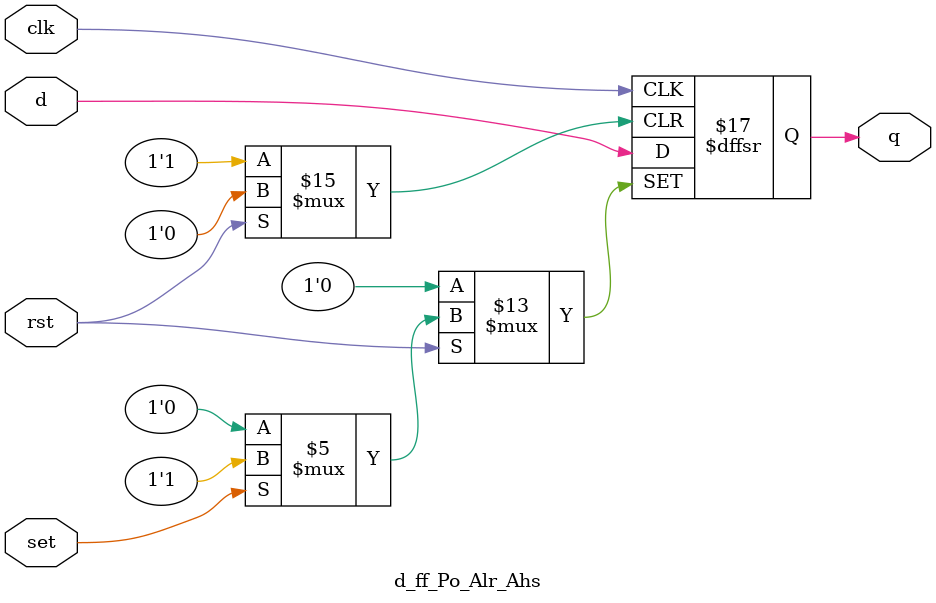
<source format=v>
`timescale 1ns / 1ps


module d_ff_Po_Alr_Ahs(q,clk,d,rst,set);
input clk,d,rst,set;
output reg q;

always @(posedge clk or negedge rst or posedge set) begin
    if(!rst)
        q <= 0;
    else if(set)
        q <= 1;
    else 
        q <= d;
end
endmodule

</source>
